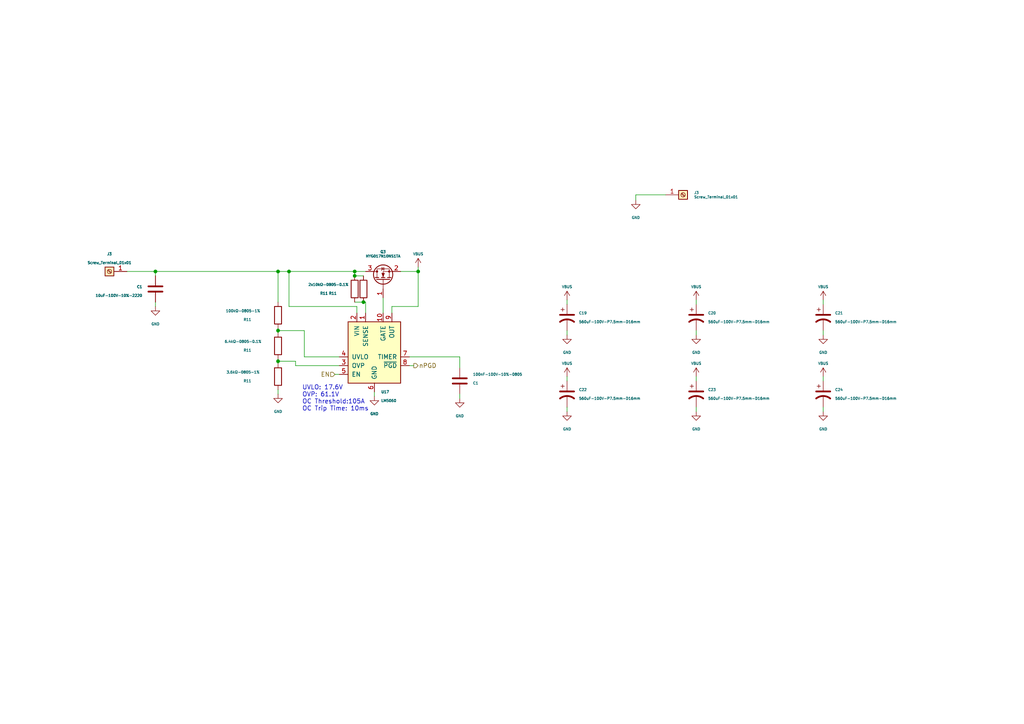
<source format=kicad_sch>
(kicad_sch (version 20230121) (generator eeschema)
  (paper "A4")
  (lib_symbols
    (symbol "Connector:Screw_Terminal_01x01" (pin_names (offset 1.016) hide)
      (property "Reference" "J" (at 0 2.54 0))
      (property "Value" "Screw_Terminal_01x01" (at 0 -2.54 0))
      (symbol "Screw_Terminal_01x01_1_1"
        (rectangle (start -1.27 1.27) (end 1.27 -1.27) (stroke (width 0.254)) (fill (type background)))
        (polyline (pts (xy -0.5334 0.3302) (xy 0.3302 -0.508)) (stroke (width 0.1524)))
        (polyline (pts (xy -0.3556 0.508) (xy 0.508 -0.3302)) (stroke (width 0.1524)))
        (circle (center 0 0) (radius 0.635) (stroke (width 0.1524)))
        (pin passive line (at -5.08 0 0) (length 3.81) (name "Pin_1") (number "1"))
      )
    )
    (symbol "Device:C" (pin_numbers hide) (pin_names (offset 0.254))
      (property "Reference" "C" (at 0.635 2.54 0))
      (property "Value" "C" (at 0.635 -2.54 0))
      (symbol "C_0_1"
        (polyline (pts (xy -2.032 -0.762) (xy 2.032 -0.762)) (stroke (width 0.508)))
        (polyline (pts (xy -2.032 0.762) (xy 2.032 0.762)) (stroke (width 0.508)))
      )
      (symbol "C_1_1"
        (pin passive line (at 0 3.81 270) (length 2.794) (name "~") (number "1"))
        (pin passive line (at 0 -3.81 90) (length 2.794) (name "~") (number "2"))
      )
    )
    (symbol "Device:C_Polarized_US" (pin_numbers hide) (pin_names (offset 0.254) hide)
      (property "Reference" "C" (at 0.635 2.54 0))
      (property "Value" "C_Polarized_US" (at 0.635 -2.54 0))
      (symbol "C_Polarized_US_0_1"
        (polyline (pts (xy -2.032 0.762) (xy 2.032 0.762)) (stroke (width 0.508)))
        (polyline (pts (xy -1.778 2.286) (xy -0.762 2.286)))
        (polyline (pts (xy -1.27 1.778) (xy -1.27 2.794)))
        (arc (start 2.032 -1.27) (mid 0 -0.5572) (end -2.032 -1.27) (stroke (width 0.508)))
      )
      (symbol "C_Polarized_US_1_1"
        (pin passive line (at 0 3.81 270) (length 2.794) (name "~") (number "1"))
        (pin passive line (at 0 -3.81 90) (length 3.302) (name "~") (number "2"))
      )
    )
    (symbol "Device:R" (pin_numbers hide) (pin_names (offset 0))
      (property "Reference" "R" (at 2.032 0 90))
      (property "Value" "R" (at 0 0 90))
      (symbol "R_0_1"
        (rectangle (start -1.016 -2.54) (end 1.016 2.54) (stroke (width 0.254)))
      )
      (symbol "R_1_1"
        (pin passive line (at 0 3.81 270) (length 1.27) (name "~") (number "1"))
        (pin passive line (at 0 -3.81 90) (length 1.27) (name "~") (number "2"))
      )
    )
    (symbol "Power_Management:LM5060" (pin_names (offset 1.016))
      (property "Reference" "U" (at -7.62 -11.43 0))
      (property "Value" "LM5060" (at 1.27 -11.43 0))
      (symbol "LM5060_0_1"
        (rectangle (start 7.62 7.62) (end -7.62 -10.16) (stroke (width 0.254)) (fill (type background)))
      )
      (symbol "LM5060_1_0"
        (pin power_in line (at 0 -12.7 90) (length 2.54) (name "GND") (number "6"))
      )
      (symbol "LM5060_1_1"
        (pin input line (at -2.54 10.16 270) (length 2.54) (name "SENSE") (number "1"))
        (pin output line (at 2.54 10.16 270) (length 2.54) (name "GATE") (number "10"))
        (pin power_in line (at -5.08 10.16 270) (length 2.54) (name "VIN") (number "2"))
        (pin input line (at -10.16 -5.08 0) (length 2.54) (name "OVP") (number "3"))
        (pin input line (at -10.16 -2.54 0) (length 2.54) (name "UVLO") (number "4"))
        (pin input line (at -10.16 -7.62 0) (length 2.54) (name "EN") (number "5"))
        (pin input line (at 10.16 -2.54 180) (length 2.54) (name "TIMER") (number "7"))
        (pin open_collector line (at 10.16 -5.08 180) (length 2.54) (name "~{PGD}") (number "8"))
        (pin input line (at 5.08 10.16 270) (length 2.54) (name "OUT") (number "9"))
      )
    )
    (symbol "Transistor_FET:2N7002H" (pin_names hide)
      (property "Reference" "Q" (at 5.08 1.905 0))
      (property "Value" "2N7002H" (at 5.08 0 0))
      (symbol "2N7002H_0_1"
        (polyline (pts (xy 0.254 0) (xy -2.54 0)))
        (polyline (pts (xy 0.254 1.905) (xy 0.254 -1.905)) (stroke (width 0.254)))
        (polyline (pts (xy 0.762 -1.27) (xy 0.762 -2.286)) (stroke (width 0.254)))
        (polyline (pts (xy 0.762 0.508) (xy 0.762 -0.508)) (stroke (width 0.254)))
        (polyline (pts (xy 0.762 2.286) (xy 0.762 1.27)) (stroke (width 0.254)))
        (polyline (pts (xy 2.54 2.54) (xy 2.54 1.778)))
        (polyline (pts (xy 2.54 -2.54) (xy 2.54 0) (xy 0.762 0)))
        (polyline (pts (xy 0.762 -1.778) (xy 3.302 -1.778) (xy 3.302 1.778) (xy 0.762 1.778)))
        (polyline (pts (xy 1.016 0) (xy 2.032 0.381) (xy 2.032 -0.381) (xy 1.016 0)) (fill (type outline)))
        (polyline (pts (xy 2.794 0.508) (xy 2.921 0.381) (xy 3.683 0.381) (xy 3.81 0.254)))
        (polyline (pts (xy 3.302 0.381) (xy 2.921 -0.254) (xy 3.683 -0.254) (xy 3.302 0.381)))
        (circle (center 1.651 0) (radius 2.794) (stroke (width 0.254)))
        (circle (center 2.54 -1.778) (radius 0.254) (fill (type outline)))
        (circle (center 2.54 1.778) (radius 0.254) (fill (type outline)))
      )
      (symbol "2N7002H_1_1"
        (pin input line (at -5.08 0 0) (length 2.54) (name "G") (number "1"))
        (pin passive line (at 2.54 -5.08 90) (length 2.54) (name "S") (number "2"))
        (pin passive line (at 2.54 5.08 270) (length 2.54) (name "D") (number "3"))
      )
    )
    (symbol "power:GND" (power) (pin_names (offset 0))
      (property "Value" "GND" (at 0 -3.81 0))
      (symbol "GND_0_1"
        (polyline (pts (xy 0 0) (xy 0 -1.27) (xy 1.27 -1.27) (xy 0 -2.54) (xy -1.27 -1.27) (xy 0 -1.27)))
      )
      (symbol "GND_1_1"
        (pin power_in line (at 0 0 270) (length 0) hide (name "GND") (number "1"))
      )
    )
    (symbol "power:VBUS" (power) (pin_names (offset 0))
      (property "Value" "VBUS" (at 0 3.81 0))
      (symbol "VBUS_0_1"
        (polyline (pts (xy -0.762 1.27) (xy 0 2.54)))
        (polyline (pts (xy 0 0) (xy 0 2.54)))
        (polyline (pts (xy 0 2.54) (xy 0.762 1.27)))
      )
      (symbol "VBUS_1_1"
        (pin power_in line (at 0 0 90) (length 0) hide (name "VBUS") (number "1"))
      )
    )
  )
  (junction (at 80.645 104.775))
  (junction (at 83.82 78.74))
  (junction (at 102.87 80.01))
  (junction (at 105.41 87.63))
  (junction (at 80.645 95.885))
  (junction (at 121.285 78.74))
  (junction (at 45.085 78.74))
  (junction (at 80.645 78.74))
  (junction (at 102.87 78.74))
  (wire (pts (xy 121.285 77.47) (xy 121.285 78.74)))
  (wire (pts (xy 80.645 78.74) (xy 83.82 78.74)))
  (wire (pts (xy 121.285 78.74) (xy 116.205 78.74)))
  (wire (pts (xy 238.76 95.885) (xy 238.76 97.155)))
  (wire (pts (xy 238.76 118.11) (xy 238.76 119.38)))
  (wire (pts (xy 83.82 88.9) (xy 103.505 88.9)))
  (wire (pts (xy 97.155 108.585) (xy 98.425 108.585)))
  (wire (pts (xy 80.645 104.775) (xy 80.645 105.41)))
  (wire (pts (xy 83.82 78.74) (xy 102.87 78.74)))
  (wire (pts (xy 120.015 106.045) (xy 118.745 106.045)))
  (wire (pts (xy 121.285 88.9) (xy 121.285 78.74)))
  (wire (pts (xy 102.87 78.74) (xy 106.045 78.74)))
  (wire (pts (xy 133.35 114.3) (xy 133.35 115.57)))
  (wire (pts (xy 88.265 95.885) (xy 80.645 95.885)))
  (wire (pts (xy 80.645 78.74) (xy 80.645 87.63)))
  (wire (pts (xy 133.35 103.505) (xy 118.745 103.505)))
  (wire (pts (xy 111.125 86.36) (xy 111.125 90.805)))
  (wire (pts (xy 98.425 106.045) (xy 85.725 106.045)))
  (wire (pts (xy 164.465 109.22) (xy 164.465 110.49)))
  (wire (pts (xy 238.76 86.995) (xy 238.76 88.265)))
  (wire (pts (xy 80.645 104.14) (xy 80.645 104.775)))
  (wire (pts (xy 133.35 106.68) (xy 133.35 103.505)))
  (wire (pts (xy 102.87 80.01) (xy 102.87 78.74)))
  (wire (pts (xy 113.665 88.9) (xy 121.285 88.9)))
  (wire (pts (xy 85.725 106.045) (xy 85.725 104.775)))
  (wire (pts (xy 45.085 78.74) (xy 45.085 80.01)))
  (wire (pts (xy 184.404 56.515) (xy 193.04 56.515)))
  (wire (pts (xy 88.265 103.505) (xy 88.265 95.885)))
  (wire (pts (xy 201.93 86.995) (xy 201.93 88.265)))
  (wire (pts (xy 201.93 118.11) (xy 201.93 119.38)))
  (wire (pts (xy 85.725 104.775) (xy 80.645 104.775)))
  (wire (pts (xy 105.41 80.01) (xy 102.87 80.01)))
  (wire (pts (xy 98.425 103.505) (xy 88.265 103.505)))
  (wire (pts (xy 113.665 90.805) (xy 113.665 88.9)))
  (wire (pts (xy 103.505 90.805) (xy 103.505 88.9)))
  (wire (pts (xy 83.82 88.9) (xy 83.82 78.74)))
  (wire (pts (xy 201.93 109.22) (xy 201.93 110.49)))
  (wire (pts (xy 238.76 109.22) (xy 238.76 110.49)))
  (wire (pts (xy 201.93 95.885) (xy 201.93 97.155)))
  (wire (pts (xy 80.645 95.885) (xy 80.645 96.52)))
  (wire (pts (xy 106.045 87.63) (xy 106.045 90.805)))
  (wire (pts (xy 164.465 95.885) (xy 164.465 97.155)))
  (wire (pts (xy 164.465 118.11) (xy 164.465 119.38)))
  (wire (pts (xy 184.404 56.515) (xy 184.404 58.039)))
  (wire (pts (xy 45.085 78.74) (xy 80.645 78.74)))
  (wire (pts (xy 108.585 113.665) (xy 108.585 114.935)))
  (wire (pts (xy 80.645 95.25) (xy 80.645 95.885)))
  (wire (pts (xy 80.645 113.03) (xy 80.645 114.3)))
  (wire (pts (xy 102.87 87.63) (xy 105.41 87.63)))
  (wire (pts (xy 36.83 78.74) (xy 45.085 78.74)))
  (wire (pts (xy 164.465 86.995) (xy 164.465 88.265)))
  (wire (pts (xy 105.41 87.63) (xy 106.045 87.63)))
  (wire (pts (xy 45.085 87.63) (xy 45.085 88.9)))
  (text "UVLO: 17.6V\nOVP: 61.1V\nOC Threshold:105A\nOC Trip Time: 10ms" (at 87.63 119.38 0) (effects (font (size 1.27 1.27)) (justify left bottom)))
  (hierarchical_label "nPGD" (shape output) (at 120.015 106.045 0))
  (hierarchical_label "EN" (shape input) (at 97.155 108.585 180))
  (symbol (lib_id "Transistor_FET:2N7002H") (at 111.125 81.28 90) (unit 1)
    (property "Reference" "Q3" (at 111.125 73.025 90) (effects (font (size 0.75 0.75))))
    (property "Value" "HYG017N10NS1TA" (at 111.125 74.295 90) (effects (font (size 0.75 0.75))))
    (property "Footprint" "Package_TO_SOT_SMD:Infineon_PG-HSOF-8-1_ThermalVias" (effects hide))
    (property "Datasheet" "https://jlcpcb.com/partdetail/Huayi-HYG028N10NS1B6/C2886383" (effects hide))
    (property "LCSC" "C5205219" (effects hide))
    (instances (project "Knockoff Inverter" (path "" (reference "Q3") (unit 1)) (path "" (reference "Q1") (unit 1)) (path "" (reference "Q2") (unit 1)) (path "" (reference "Q7") (unit 1))))
  )
  (symbol (lib_id "Device:C_Polarized_US") (at 238.76 114.3 0) (unit 1)
    (property "Reference" "C24" (at 242.189 113.03 0) (effects (font (size 0.75 0.75)) (justify left)))
    (property "Value" "560uF-100V-P7.5mm-D16mm" (at 242.189 115.57 0) (effects (font (size 0.75 0.75)) (justify left)))
    (property "Footprint" "Capacitor_THT:CP_Radial_D16.0mm_P7.50mm" (effects hide))
  )
  (symbol (lib_id "power:VBUS") (at 238.76 86.995 0) (unit 1)
    (property "Reference" "#PWR016" (effects hide))
    (property "Value" "VBUS" (at 238.76 83.185 0) (effects (font (size 0.75 0.75))))
    (instances (project "Knockoff Inverter" (path "" (reference "#PWR016") (unit 1)) (path "" (reference "#PWR060") (unit 1)) (path "" (reference "#PWR066") (unit 1))))
  )
  (symbol (lib_id "power:VBUS") (at 164.465 109.22 0) (unit 1)
    (property "Reference" "#PWR016" (effects hide))
    (property "Value" "VBUS" (at 164.465 105.41 0) (effects (font (size 0.75 0.75))))
    (instances (project "Knockoff Inverter" (path "" (reference "#PWR016") (unit 1)) (path "" (reference "#PWR062") (unit 1)) (path "" (reference "#PWR058") (unit 1))))
  )
  (symbol (lib_id "power:GND") (at 164.465 119.38 0) (unit 1)
    (property "Reference" "#PWR017" (effects hide))
    (property "Value" "GND" (at 164.465 124.46 0) (effects (font (size 0.75 0.75))))
    (instances (project "Knockoff Inverter" (path "" (reference "#PWR017") (unit 1)) (path "" (reference "#PWR063") (unit 1)) (path "" (reference "#PWR059") (unit 1))))
  )
  (symbol (lib_id "Device:R") (at 80.645 91.44 0) (unit 1)
    (property "Reference" "R11" (at 71.755 92.71 0) (effects (font (size 0.75 0.75))))
    (property "Value" "100kΩ-0805-1%" (at 70.485 90.17 0) (effects (font (size 0.75 0.75))))
    (property "Footprint" "Resistor_SMD:R_0805_2012Metric" (effects hide))
    (property "LCSC" "C149504" (effects hide))
    (instances (project "Knockoff Inverter" (path "" (reference "R11") (unit 1)) (path "" (reference "R16") (unit 1)) (path "" (reference "R26") (unit 1)) (path "" (reference "R30") (unit 1)) (path "" (reference "R38") (unit 1))))
  )
  (symbol (lib_id "Device:C") (at 45.085 83.82 0) (mirror x) (unit 1)
    (property "Reference" "C1" (at 41.275 83.185 0) (effects (font (size 0.75 0.75)) (justify right)))
    (property "Value" "10uF-100V-10%-2220" (at 41.275 85.725 0) (effects (font (size 0.75 0.75)) (justify right)))
    (property "Footprint" "Capacitor_SMD:C_2220_5650Metric" (effects hide))
    (property "Datasheet" "https://www.lcsc.com/product-detail/Multilayer-Ceramic-Capacitors-MLCC-SMD-SMT_Samsung-Electro-Mechanics-CL21B104KCFNNNE_C28233.html" (effects hide))
    (property "LCSC" "C2843466" (effects hide))
    (instances (project "Knockoff Inverter" (path "" (reference "C1") (unit 1)) (path "" (reference "C4") (unit 1)) (path "" (reference "C43") (unit 1)) (path "" (reference "C51") (unit 1)) (path "" (reference "C25") (unit 1))))
  )
  (symbol (lib_id "Device:C_Polarized_US") (at 164.465 92.075 0) (unit 1)
    (property "Reference" "C19" (at 167.894 90.805 0) (effects (font (size 0.75 0.75)) (justify left)))
    (property "Value" "560uF-100V-P7.5mm-D16mm" (at 167.894 93.345 0) (effects (font (size 0.75 0.75)) (justify left)))
    (property "Footprint" "Capacitor_THT:CP_Radial_D16.0mm_P7.50mm" (effects hide))
  )
  (symbol (lib_id "power:GND") (at 80.645 114.3 0) (unit 1)
    (property "Reference" "#PWR017" (effects hide))
    (property "Value" "GND" (at 80.645 119.38 0) (effects (font (size 0.75 0.75))))
    (instances (project "Knockoff Inverter" (path "" (reference "#PWR017") (unit 1)) (path "" (reference "#PWR052") (unit 1)) (path "" (reference "#PWR0169") (unit 1))))
  )
  (symbol (lib_id "Device:C_Polarized_US") (at 201.93 114.3 0) (unit 1)
    (property "Reference" "C23" (at 205.359 113.03 0) (effects (font (size 0.75 0.75)) (justify left)))
    (property "Value" "560uF-100V-P7.5mm-D16mm" (at 205.359 115.57 0) (effects (font (size 0.75 0.75)) (justify left)))
    (property "Footprint" "Capacitor_THT:CP_Radial_D16.0mm_P7.50mm" (effects hide))
    (instances (project "Knockoff Inverter" (path "" (reference "C23") (unit 1)) (path "" (reference "C22") (unit 1))))
  )
  (symbol (lib_id "power:GND") (at 201.93 97.155 0) (unit 1)
    (property "Reference" "#PWR017" (effects hide))
    (property "Value" "GND" (at 201.93 102.235 0) (effects (font (size 0.75 0.75))))
    (instances (project "Knockoff Inverter" (path "" (reference "#PWR017") (unit 1)) (path "" (reference "#PWR059") (unit 1)) (path "" (reference "#PWR062") (unit 1))))
  )
  (symbol (lib_id "power:GND") (at 238.76 97.155 0) (unit 1)
    (property "Reference" "#PWR017" (effects hide))
    (property "Value" "GND" (at 238.76 102.235 0) (effects (font (size 0.75 0.75))))
    (instances (project "Knockoff Inverter" (path "" (reference "#PWR017") (unit 1)) (path "" (reference "#PWR061") (unit 1)) (path "" (reference "#PWR067") (unit 1))))
  )
  (symbol (lib_id "Connector:Screw_Terminal_01x01") (at 31.75 78.74 180) (unit 1)
    (property "Reference" "J3" (at 31.75 73.66 0) (effects (font (size 0.75 0.75))))
    (property "Value" "Screw_Terminal_01x01" (at 31.75 76.2 0) (effects (font (size 0.75 0.75))))
    (property "Footprint" "SamacSys_Parts:7466005R" (effects hide))
    (instances (project "Knockoff Inverter" (path "" (reference "J3") (unit 1)) (path "" (reference "J4") (unit 1)) (path "" (reference "J5") (unit 1)) (path "" (reference "J8") (unit 1))) (project "Power Board" (path "" (reference "J2") (unit 1))))
  )
  (symbol (lib_id "Device:R") (at 80.645 100.33 0) (unit 1)
    (property "Reference" "R11" (at 71.755 101.6 0) (effects (font (size 0.75 0.75))))
    (property "Value" "6.4kΩ-0805-0.1%" (at 70.485 99.06 0) (effects (font (size 0.75 0.75))))
    (property "Footprint" "Resistor_SMD:R_0805_2012Metric" (effects hide))
    (property "LCSC" "C865510" (effects hide))
    (instances (project "Knockoff Inverter" (path "" (reference "R11") (unit 1)) (path "" (reference "R16") (unit 1)) (path "" (reference "R26") (unit 1)) (path "" (reference "R30") (unit 1)) (path "" (reference "R39") (unit 1))))
  )
  (symbol (lib_id "power:GND") (at 201.93 119.38 0) (unit 1)
    (property "Reference" "#PWR017" (effects hide))
    (property "Value" "GND" (at 201.93 124.46 0) (effects (font (size 0.75 0.75))))
    (instances (project "Knockoff Inverter" (path "" (reference "#PWR017") (unit 1)) (path "" (reference "#PWR065") (unit 1)) (path "" (reference "#PWR064") (unit 1))))
  )
  (symbol (lib_id "power:GND") (at 164.465 97.155 0) (unit 1)
    (property "Reference" "#PWR017" (effects hide))
    (property "Value" "GND" (at 164.465 102.235 0) (effects (font (size 0.75 0.75))))
    (instances (project "Knockoff Inverter" (path "" (reference "#PWR017") (unit 1)) (path "" (reference "#PWR052") (unit 1)) (path "" (reference "#PWR052") (unit 1))))
  )
  (symbol (lib_id "Device:C_Polarized_US") (at 201.93 92.075 0) (unit 1)
    (property "Reference" "C20" (at 205.359 90.805 0) (effects (font (size 0.75 0.75)) (justify left)))
    (property "Value" "560uF-100V-P7.5mm-D16mm" (at 205.359 93.345 0) (effects (font (size 0.75 0.75)) (justify left)))
    (property "Footprint" "Capacitor_THT:CP_Radial_D16.0mm_P7.50mm" (effects hide))
    (instances (project "Knockoff Inverter" (path "" (reference "C20") (unit 1)) (path "" (reference "C21") (unit 1))))
  )
  (symbol (lib_id "Connector:Screw_Terminal_01x01") (at 198.12 56.515 0) (unit 1)
    (property "Reference" "J3" (at 201.295 55.88 0) (effects (font (size 0.75 0.75)) (justify left)))
    (property "Value" "Screw_Terminal_01x01" (at 201.295 57.15 0) (effects (font (size 0.75 0.75)) (justify left)))
    (property "Footprint" "SamacSys_Parts:7466005R" (effects hide))
    (instances (project "Knockoff Inverter" (path "" (reference "J3") (unit 1)) (path "" (reference "J4") (unit 1)) (path "" (reference "J5") (unit 1)) (path "" (reference "J7") (unit 1))) (project "Power Board" (path "" (reference "J2") (unit 1))))
  )
  (symbol (lib_id "Device:R") (at 102.87 83.82 0) (unit 1)
    (property "Reference" "R11" (at 93.98 85.09 0) (effects (font (size 0.75 0.75))))
    (property "Value" "10kΩ-0805-0.1%" (effects hide))
    (property "Footprint" "Resistor_SMD:R_0805_2012Metric" (effects hide))
    (property "LCSC" "C5159707" (effects hide))
    (instances (project "Knockoff Inverter" (path "" (reference "R11") (unit 1)) (path "" (reference "R16") (unit 1)) (path "" (reference "R26") (unit 1)) (path "" (reference "R30") (unit 1)) (path "" (reference "R54") (unit 1))))
  )
  (symbol (lib_id "power:GND") (at 184.404 58.039 0) (unit 1)
    (property "Reference" "#PWR017" (effects hide))
    (property "Value" "GND" (at 184.404 63.119 0) (effects (font (size 0.75 0.75))))
    (instances (project "Knockoff Inverter" (path "" (reference "#PWR017") (unit 1)) (path "" (reference "#PWR0163") (unit 1)) (path "" (reference "#PWR060") (unit 1))))
  )
  (symbol (lib_id "power:GND") (at 133.35 115.57 0) (unit 1)
    (property "Reference" "#PWR017" (effects hide))
    (property "Value" "GND" (at 133.35 120.65 0) (effects (font (size 0.75 0.75))))
    (instances (project "Knockoff Inverter" (path "" (reference "#PWR017") (unit 1)) (path "" (reference "#PWR052") (unit 1)) (path "" (reference "#PWR0176") (unit 1))))
  )
  (symbol (lib_id "power:VBUS") (at 238.76 109.22 0) (unit 1)
    (property "Reference" "#PWR016" (effects hide))
    (property "Value" "VBUS" (at 238.76 105.41 0) (effects (font (size 0.75 0.75))))
    (instances (project "Knockoff Inverter" (path "" (reference "#PWR016") (unit 1)) (path "" (reference "#PWR066") (unit 1)) (path "" (reference "#PWR0162") (unit 1))))
  )
  (symbol (lib_id "power:VBUS") (at 201.93 109.22 0) (unit 1)
    (property "Reference" "#PWR016" (effects hide))
    (property "Value" "VBUS" (at 201.93 105.41 0) (effects (font (size 0.75 0.75))))
    (instances (project "Knockoff Inverter" (path "" (reference "#PWR016") (unit 1)) (path "" (reference "#PWR064") (unit 1)) (path "" (reference "#PWR063") (unit 1))))
  )
  (symbol (lib_id "power:VBUS") (at 164.465 86.995 0) (unit 1)
    (property "Reference" "#PWR016" (effects hide))
    (property "Value" "VBUS" (at 164.465 83.185 0) (effects (font (size 0.75 0.75))))
    (instances (project "Knockoff Inverter" (path "" (reference "#PWR016") (unit 1)) (path "" (reference "#PWR051") (unit 1)) (path "" (reference "#PWR051") (unit 1))))
  )
  (symbol (lib_id "Device:C_Polarized_US") (at 164.465 114.3 0) (unit 1)
    (property "Reference" "C22" (at 167.894 113.03 0) (effects (font (size 0.75 0.75)) (justify left)))
    (property "Value" "560uF-100V-P7.5mm-D16mm" (at 167.894 115.57 0) (effects (font (size 0.75 0.75)) (justify left)))
    (property "Footprint" "Capacitor_THT:CP_Radial_D16.0mm_P7.50mm" (effects hide))
    (instances (project "Knockoff Inverter" (path "" (reference "C22") (unit 1)) (path "" (reference "C20") (unit 1))))
  )
  (symbol (lib_id "Device:C_Polarized_US") (at 238.76 92.075 0) (unit 1)
    (property "Reference" "C21" (at 242.189 90.805 0) (effects (font (size 0.75 0.75)) (justify left)))
    (property "Value" "560uF-100V-P7.5mm-D16mm" (at 242.189 93.345 0) (effects (font (size 0.75 0.75)) (justify left)))
    (property "Footprint" "Capacitor_THT:CP_Radial_D16.0mm_P7.50mm" (effects hide))
    (instances (project "Knockoff Inverter" (path "" (reference "C21") (unit 1)) (path "" (reference "C23") (unit 1))))
  )
  (symbol (lib_id "Device:R") (at 105.41 83.82 0) (unit 1)
    (property "Reference" "R11" (at 96.52 85.09 0) (effects (font (size 0.75 0.75))))
    (property "Value" "2x10kΩ-0805-0.1%" (at 95.25 82.55 0) (effects (font (size 0.75 0.75))))
    (property "Footprint" "Resistor_SMD:R_0805_2012Metric" (effects hide))
    (property "LCSC" "C5159707" (effects hide))
    (instances (project "Knockoff Inverter" (path "" (reference "R11") (unit 1)) (path "" (reference "R16") (unit 1)) (path "" (reference "R26") (unit 1)) (path "" (reference "R30") (unit 1)) (path "" (reference "R41") (unit 1))))
  )
  (symbol (lib_id "Device:C") (at 133.35 110.49 0) (mirror y) (unit 1)
    (property "Reference" "C1" (at 137.16 111.125 0) (effects (font (size 0.75 0.75)) (justify right)))
    (property "Value" "100nF-100V-10%-0805" (at 137.16 108.585 0) (effects (font (size 0.75 0.75)) (justify right)))
    (property "Footprint" "Capacitor_SMD:C_0805_2012Metric" (effects hide))
    (property "Datasheet" "https://www.lcsc.com/product-detail/Multilayer-Ceramic-Capacitors-MLCC-SMD-SMT_Samsung-Electro-Mechanics-CL21B104KCFNNNE_C28233.html" (effects hide))
    (property "LCSC" "C28233" (effects hide))
    (instances (project "Knockoff Inverter" (path "" (reference "C1") (unit 1)) (path "" (reference "C3") (unit 1)) (path "" (reference "C29") (unit 1)) (path "" (reference "C18") (unit 1)) (path "" (reference "C57") (unit 1))))
  )
  (symbol (lib_id "power:VBUS") (at 201.93 86.995 0) (unit 1)
    (property "Reference" "#PWR016" (effects hide))
    (property "Value" "VBUS" (at 201.93 83.185 0) (effects (font (size 0.75 0.75))))
    (instances (project "Knockoff Inverter" (path "" (reference "#PWR016") (unit 1)) (path "" (reference "#PWR058") (unit 1)) (path "" (reference "#PWR061") (unit 1))))
  )
  (symbol (lib_id "power:GND") (at 108.585 114.935 0) (unit 1)
    (property "Reference" "#PWR017" (effects hide))
    (property "Value" "GND" (at 108.585 120.015 0) (effects (font (size 0.75 0.75))))
    (instances (project "Knockoff Inverter" (path "" (reference "#PWR017") (unit 1)) (path "" (reference "#PWR052") (unit 1)) (path "" (reference "#PWR0174") (unit 1))))
  )
  (symbol (lib_id "Power_Management:LM5060") (at 108.585 100.965 0) (unit 1)
    (property "Reference" "U17" (at 110.5409 113.665 0) (effects (font (size 0.75 0.75)) (justify left)))
    (property "Value" "LM5060" (at 110.5409 116.205 0) (effects (font (size 0.75 0.75)) (justify left)))
    (property "Footprint" "Package_SO:MSOP-10_3x3mm_P0.5mm" (effects hide))
    (property "Datasheet" "http://www.ti.com/lit/ds/symlink/lm5060.pdf" (effects hide))
    (property "LCSC" "C2676940" (effects hide))
  )
  (symbol (lib_id "power:VBUS") (at 121.285 77.47 0) (unit 1)
    (property "Reference" "#PWR013" (effects hide))
    (property "Value" "VBUS" (at 121.285 73.66 0) (effects (font (size 0.75 0.75))))
    (instances (project "Knockoff Inverter" (path "" (reference "#PWR013") (unit 1)) (path "" (reference "#PWR0134") (unit 1)) (path "" (reference "#PWR0152") (unit 1)) (path "" (reference "#PWR0162") (unit 1)) (path "" (reference "#PWR065") (unit 1))))
  )
  (symbol (lib_id "Device:R") (at 80.645 109.22 0) (unit 1)
    (property "Reference" "R11" (at 71.755 110.49 0) (effects (font (size 0.75 0.75))))
    (property "Value" "3.6kΩ-0805-1%" (at 70.485 107.95 0) (effects (font (size 0.75 0.75))))
    (property "Footprint" "Resistor_SMD:R_0805_2012Metric" (effects hide))
    (property "LCSC" "C351568" (effects hide))
    (instances (project "Knockoff Inverter" (path "" (reference "R11") (unit 1)) (path "" (reference "R16") (unit 1)) (path "" (reference "R26") (unit 1)) (path "" (reference "R30") (unit 1)) (path "" (reference "R40") (unit 1))))
  )
  (symbol (lib_id "power:GND") (at 238.76 119.38 0) (unit 1)
    (property "Reference" "#PWR017" (effects hide))
    (property "Value" "GND" (at 238.76 124.46 0) (effects (font (size 0.75 0.75))))
    (instances (project "Knockoff Inverter" (path "" (reference "#PWR017") (unit 1)) (path "" (reference "#PWR067") (unit 1)) (path "" (reference "#PWR0163") (unit 1))))
  )
  (symbol (lib_id "power:GND") (at 45.085 88.9 0) (unit 1)
    (property "Reference" "#PWR017" (effects hide))
    (property "Value" "GND" (at 45.085 93.98 0) (effects (font (size 0.75 0.75))))
    (instances (project "Knockoff Inverter" (path "" (reference "#PWR017") (unit 1)) (path "" (reference "#PWR052") (unit 1)) (path "" (reference "#PWR0173") (unit 1))))
  )
)
</source>
